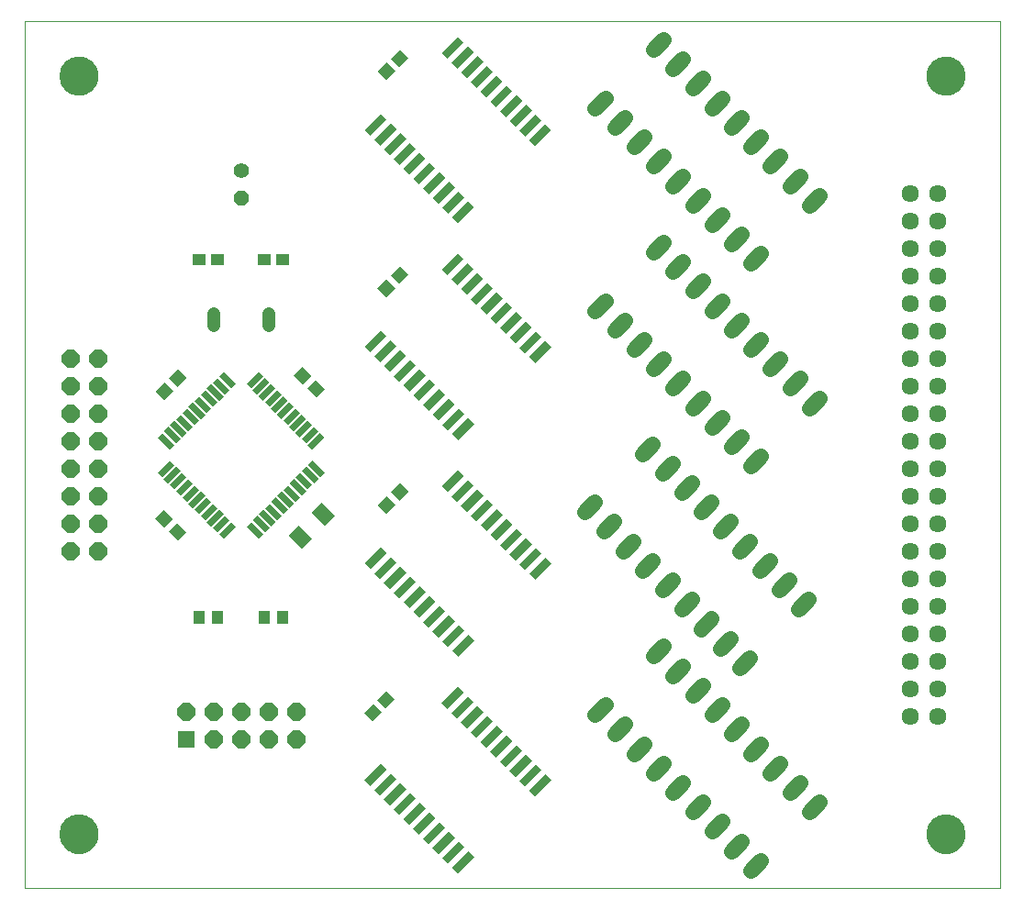
<source format=gts>
G75*
G70*
%OFA0B0*%
%FSLAX24Y24*%
%IPPOS*%
%LPD*%
%AMOC8*
5,1,8,0,0,1.08239X$1,22.5*
%
%ADD10C,0.0000*%
%ADD11C,0.1418*%
%ADD12R,0.0434X0.0473*%
%ADD13C,0.0480*%
%ADD14R,0.0473X0.0434*%
%ADD15R,0.0512X0.0670*%
%ADD16C,0.0560*%
%ADD17R,0.0300X0.0840*%
%ADD18R,0.0631X0.0237*%
%ADD19R,0.0237X0.0631*%
%ADD20C,0.0634*%
%ADD21OC8,0.0640*%
%ADD22R,0.0640X0.0640*%
%ADD23OC8,0.0560*%
%ADD24C,0.0560*%
D10*
X002542Y004117D02*
X002542Y035613D01*
X037975Y035613D01*
X037975Y004117D01*
X002542Y004117D01*
X003822Y006086D02*
X003824Y006138D01*
X003830Y006190D01*
X003840Y006241D01*
X003853Y006291D01*
X003871Y006341D01*
X003892Y006388D01*
X003916Y006434D01*
X003945Y006478D01*
X003976Y006520D01*
X004010Y006559D01*
X004047Y006596D01*
X004087Y006629D01*
X004130Y006660D01*
X004174Y006687D01*
X004220Y006711D01*
X004269Y006731D01*
X004318Y006747D01*
X004369Y006760D01*
X004420Y006769D01*
X004472Y006774D01*
X004524Y006775D01*
X004576Y006772D01*
X004628Y006765D01*
X004679Y006754D01*
X004729Y006740D01*
X004778Y006721D01*
X004825Y006699D01*
X004870Y006674D01*
X004914Y006645D01*
X004955Y006613D01*
X004994Y006578D01*
X005029Y006540D01*
X005062Y006499D01*
X005092Y006457D01*
X005118Y006412D01*
X005141Y006365D01*
X005160Y006316D01*
X005176Y006266D01*
X005188Y006216D01*
X005196Y006164D01*
X005200Y006112D01*
X005200Y006060D01*
X005196Y006008D01*
X005188Y005956D01*
X005176Y005906D01*
X005160Y005856D01*
X005141Y005807D01*
X005118Y005760D01*
X005092Y005715D01*
X005062Y005673D01*
X005029Y005632D01*
X004994Y005594D01*
X004955Y005559D01*
X004914Y005527D01*
X004870Y005498D01*
X004825Y005473D01*
X004778Y005451D01*
X004729Y005432D01*
X004679Y005418D01*
X004628Y005407D01*
X004576Y005400D01*
X004524Y005397D01*
X004472Y005398D01*
X004420Y005403D01*
X004369Y005412D01*
X004318Y005425D01*
X004269Y005441D01*
X004220Y005461D01*
X004174Y005485D01*
X004130Y005512D01*
X004087Y005543D01*
X004047Y005576D01*
X004010Y005613D01*
X003976Y005652D01*
X003945Y005694D01*
X003916Y005738D01*
X003892Y005784D01*
X003871Y005831D01*
X003853Y005881D01*
X003840Y005931D01*
X003830Y005982D01*
X003824Y006034D01*
X003822Y006086D01*
X003822Y033645D02*
X003824Y033697D01*
X003830Y033749D01*
X003840Y033800D01*
X003853Y033850D01*
X003871Y033900D01*
X003892Y033947D01*
X003916Y033993D01*
X003945Y034037D01*
X003976Y034079D01*
X004010Y034118D01*
X004047Y034155D01*
X004087Y034188D01*
X004130Y034219D01*
X004174Y034246D01*
X004220Y034270D01*
X004269Y034290D01*
X004318Y034306D01*
X004369Y034319D01*
X004420Y034328D01*
X004472Y034333D01*
X004524Y034334D01*
X004576Y034331D01*
X004628Y034324D01*
X004679Y034313D01*
X004729Y034299D01*
X004778Y034280D01*
X004825Y034258D01*
X004870Y034233D01*
X004914Y034204D01*
X004955Y034172D01*
X004994Y034137D01*
X005029Y034099D01*
X005062Y034058D01*
X005092Y034016D01*
X005118Y033971D01*
X005141Y033924D01*
X005160Y033875D01*
X005176Y033825D01*
X005188Y033775D01*
X005196Y033723D01*
X005200Y033671D01*
X005200Y033619D01*
X005196Y033567D01*
X005188Y033515D01*
X005176Y033465D01*
X005160Y033415D01*
X005141Y033366D01*
X005118Y033319D01*
X005092Y033274D01*
X005062Y033232D01*
X005029Y033191D01*
X004994Y033153D01*
X004955Y033118D01*
X004914Y033086D01*
X004870Y033057D01*
X004825Y033032D01*
X004778Y033010D01*
X004729Y032991D01*
X004679Y032977D01*
X004628Y032966D01*
X004576Y032959D01*
X004524Y032956D01*
X004472Y032957D01*
X004420Y032962D01*
X004369Y032971D01*
X004318Y032984D01*
X004269Y033000D01*
X004220Y033020D01*
X004174Y033044D01*
X004130Y033071D01*
X004087Y033102D01*
X004047Y033135D01*
X004010Y033172D01*
X003976Y033211D01*
X003945Y033253D01*
X003916Y033297D01*
X003892Y033343D01*
X003871Y033390D01*
X003853Y033440D01*
X003840Y033490D01*
X003830Y033541D01*
X003824Y033593D01*
X003822Y033645D01*
X035318Y033645D02*
X035320Y033697D01*
X035326Y033749D01*
X035336Y033800D01*
X035349Y033850D01*
X035367Y033900D01*
X035388Y033947D01*
X035412Y033993D01*
X035441Y034037D01*
X035472Y034079D01*
X035506Y034118D01*
X035543Y034155D01*
X035583Y034188D01*
X035626Y034219D01*
X035670Y034246D01*
X035716Y034270D01*
X035765Y034290D01*
X035814Y034306D01*
X035865Y034319D01*
X035916Y034328D01*
X035968Y034333D01*
X036020Y034334D01*
X036072Y034331D01*
X036124Y034324D01*
X036175Y034313D01*
X036225Y034299D01*
X036274Y034280D01*
X036321Y034258D01*
X036366Y034233D01*
X036410Y034204D01*
X036451Y034172D01*
X036490Y034137D01*
X036525Y034099D01*
X036558Y034058D01*
X036588Y034016D01*
X036614Y033971D01*
X036637Y033924D01*
X036656Y033875D01*
X036672Y033825D01*
X036684Y033775D01*
X036692Y033723D01*
X036696Y033671D01*
X036696Y033619D01*
X036692Y033567D01*
X036684Y033515D01*
X036672Y033465D01*
X036656Y033415D01*
X036637Y033366D01*
X036614Y033319D01*
X036588Y033274D01*
X036558Y033232D01*
X036525Y033191D01*
X036490Y033153D01*
X036451Y033118D01*
X036410Y033086D01*
X036366Y033057D01*
X036321Y033032D01*
X036274Y033010D01*
X036225Y032991D01*
X036175Y032977D01*
X036124Y032966D01*
X036072Y032959D01*
X036020Y032956D01*
X035968Y032957D01*
X035916Y032962D01*
X035865Y032971D01*
X035814Y032984D01*
X035765Y033000D01*
X035716Y033020D01*
X035670Y033044D01*
X035626Y033071D01*
X035583Y033102D01*
X035543Y033135D01*
X035506Y033172D01*
X035472Y033211D01*
X035441Y033253D01*
X035412Y033297D01*
X035388Y033343D01*
X035367Y033390D01*
X035349Y033440D01*
X035336Y033490D01*
X035326Y033541D01*
X035320Y033593D01*
X035318Y033645D01*
X035318Y006086D02*
X035320Y006138D01*
X035326Y006190D01*
X035336Y006241D01*
X035349Y006291D01*
X035367Y006341D01*
X035388Y006388D01*
X035412Y006434D01*
X035441Y006478D01*
X035472Y006520D01*
X035506Y006559D01*
X035543Y006596D01*
X035583Y006629D01*
X035626Y006660D01*
X035670Y006687D01*
X035716Y006711D01*
X035765Y006731D01*
X035814Y006747D01*
X035865Y006760D01*
X035916Y006769D01*
X035968Y006774D01*
X036020Y006775D01*
X036072Y006772D01*
X036124Y006765D01*
X036175Y006754D01*
X036225Y006740D01*
X036274Y006721D01*
X036321Y006699D01*
X036366Y006674D01*
X036410Y006645D01*
X036451Y006613D01*
X036490Y006578D01*
X036525Y006540D01*
X036558Y006499D01*
X036588Y006457D01*
X036614Y006412D01*
X036637Y006365D01*
X036656Y006316D01*
X036672Y006266D01*
X036684Y006216D01*
X036692Y006164D01*
X036696Y006112D01*
X036696Y006060D01*
X036692Y006008D01*
X036684Y005956D01*
X036672Y005906D01*
X036656Y005856D01*
X036637Y005807D01*
X036614Y005760D01*
X036588Y005715D01*
X036558Y005673D01*
X036525Y005632D01*
X036490Y005594D01*
X036451Y005559D01*
X036410Y005527D01*
X036366Y005498D01*
X036321Y005473D01*
X036274Y005451D01*
X036225Y005432D01*
X036175Y005418D01*
X036124Y005407D01*
X036072Y005400D01*
X036020Y005397D01*
X035968Y005398D01*
X035916Y005403D01*
X035865Y005412D01*
X035814Y005425D01*
X035765Y005441D01*
X035716Y005461D01*
X035670Y005485D01*
X035626Y005512D01*
X035583Y005543D01*
X035543Y005576D01*
X035506Y005613D01*
X035472Y005652D01*
X035441Y005694D01*
X035412Y005738D01*
X035388Y005784D01*
X035367Y005831D01*
X035349Y005881D01*
X035336Y005931D01*
X035326Y005982D01*
X035320Y006034D01*
X035318Y006086D01*
D11*
X036007Y006086D03*
X036007Y033645D03*
X004511Y033645D03*
X004511Y006086D03*
D12*
X008900Y013960D03*
X009570Y013960D03*
X011263Y013960D03*
X011932Y013960D03*
D13*
X011416Y024566D02*
X011416Y025006D01*
X009416Y025006D02*
X009416Y024566D01*
D14*
G36*
X007774Y022648D02*
X008107Y022981D01*
X008414Y022674D01*
X008081Y022341D01*
X007774Y022648D01*
G37*
G36*
X007301Y022174D02*
X007634Y022507D01*
X007941Y022200D01*
X007608Y021867D01*
X007301Y022174D01*
G37*
G36*
X007634Y017223D02*
X007301Y017556D01*
X007608Y017863D01*
X007941Y017530D01*
X007634Y017223D01*
G37*
G36*
X008107Y016749D02*
X007774Y017082D01*
X008081Y017389D01*
X008414Y017056D01*
X008107Y016749D01*
G37*
G36*
X013119Y022587D02*
X013452Y022254D01*
X013145Y021947D01*
X012812Y022280D01*
X013119Y022587D01*
G37*
G36*
X012646Y023061D02*
X012979Y022728D01*
X012672Y022421D01*
X012339Y022754D01*
X012646Y023061D01*
G37*
G36*
X016011Y025941D02*
X015678Y025608D01*
X015371Y025915D01*
X015704Y026248D01*
X016011Y025941D01*
G37*
G36*
X016485Y026414D02*
X016152Y026081D01*
X015845Y026388D01*
X016178Y026721D01*
X016485Y026414D01*
G37*
X011932Y026952D03*
X011263Y026952D03*
X009570Y026952D03*
X008900Y026952D03*
G36*
X016011Y033815D02*
X015678Y033482D01*
X015371Y033789D01*
X015704Y034122D01*
X016011Y033815D01*
G37*
G36*
X016485Y034288D02*
X016152Y033955D01*
X015845Y034262D01*
X016178Y034595D01*
X016485Y034288D01*
G37*
G36*
X016485Y018540D02*
X016152Y018207D01*
X015845Y018514D01*
X016178Y018847D01*
X016485Y018540D01*
G37*
G36*
X016011Y018067D02*
X015678Y017734D01*
X015371Y018041D01*
X015704Y018374D01*
X016011Y018067D01*
G37*
G36*
X016005Y010986D02*
X015672Y010653D01*
X015365Y010960D01*
X015698Y011293D01*
X016005Y010986D01*
G37*
G36*
X015531Y010513D02*
X015198Y010180D01*
X014891Y010487D01*
X015224Y010820D01*
X015531Y010513D01*
G37*
D15*
G36*
X012975Y016833D02*
X012613Y016471D01*
X012141Y016943D01*
X012503Y017305D01*
X012975Y016833D01*
G37*
G36*
X013810Y017669D02*
X013448Y017307D01*
X012976Y017779D01*
X013338Y018141D01*
X013810Y017669D01*
G37*
D16*
X022879Y017788D02*
X023246Y018155D01*
X023954Y017448D02*
X023586Y017080D01*
X024293Y016373D02*
X024661Y016741D01*
X025368Y016034D02*
X025000Y015666D01*
X025707Y014959D02*
X026075Y015327D01*
X026782Y014620D02*
X026414Y014252D01*
X027121Y013545D02*
X027489Y013913D01*
X028196Y013205D02*
X027828Y012838D01*
X028536Y012131D02*
X028903Y012498D01*
X027176Y011500D02*
X026808Y011132D01*
X027515Y010425D02*
X027883Y010793D01*
X028590Y010086D02*
X028222Y009718D01*
X028929Y009011D02*
X029297Y009379D01*
X030004Y008672D02*
X029636Y008304D01*
X030343Y007597D02*
X030711Y007965D01*
X031418Y007257D02*
X031051Y006890D01*
X029297Y005136D02*
X028929Y004768D01*
X028222Y005476D02*
X028590Y005843D01*
X027883Y006550D02*
X027515Y006183D01*
X026808Y006890D02*
X027176Y007257D01*
X026469Y007965D02*
X026101Y007597D01*
X025394Y008304D02*
X025761Y008672D01*
X025054Y009379D02*
X024687Y009011D01*
X023980Y009718D02*
X024347Y010086D01*
X023640Y010793D02*
X023272Y010425D01*
X025394Y012547D02*
X025761Y012914D01*
X026469Y012207D02*
X026101Y011840D01*
X029950Y014959D02*
X030317Y015327D01*
X029610Y016034D02*
X029243Y015666D01*
X028536Y016373D02*
X028903Y016741D01*
X028196Y017448D02*
X027828Y017080D01*
X027121Y017788D02*
X027489Y018155D01*
X026782Y018862D02*
X026414Y018495D01*
X025707Y019202D02*
X026075Y019569D01*
X025368Y020277D02*
X025000Y019909D01*
X026808Y021575D02*
X027176Y021943D01*
X026469Y022650D02*
X026101Y022282D01*
X025394Y022989D02*
X025761Y023357D01*
X025054Y024064D02*
X024687Y023696D01*
X023980Y024403D02*
X024347Y024771D01*
X023640Y025478D02*
X023272Y025110D01*
X025394Y027232D02*
X025761Y027599D01*
X026469Y026892D02*
X026101Y026525D01*
X026808Y025817D02*
X027176Y026185D01*
X027883Y025478D02*
X027515Y025110D01*
X028222Y024403D02*
X028590Y024771D01*
X029297Y024064D02*
X028929Y023696D01*
X029636Y022989D02*
X030004Y023357D01*
X030711Y022650D02*
X030343Y022282D01*
X031051Y021575D02*
X031418Y021943D01*
X029297Y019821D02*
X028929Y019454D01*
X028222Y020161D02*
X028590Y020528D01*
X027883Y021235D02*
X027515Y020868D01*
X028929Y026816D02*
X029297Y027183D01*
X028590Y027891D02*
X028222Y027523D01*
X027515Y028230D02*
X027883Y028598D01*
X027176Y029305D02*
X026808Y028937D01*
X026101Y029644D02*
X026469Y030012D01*
X025761Y030719D02*
X025394Y030351D01*
X024687Y031058D02*
X025054Y031426D01*
X024347Y032133D02*
X023980Y031765D01*
X023272Y032473D02*
X023640Y032840D01*
X025394Y034594D02*
X025761Y034962D01*
X026469Y034254D02*
X026101Y033887D01*
X026808Y033180D02*
X027176Y033547D01*
X027883Y032840D02*
X027515Y032473D01*
X028222Y031765D02*
X028590Y032133D01*
X029297Y031426D02*
X028929Y031058D01*
X029636Y030351D02*
X030004Y030719D01*
X030711Y030012D02*
X030343Y029644D01*
X031051Y028937D02*
X031418Y029305D01*
X031025Y014620D02*
X030657Y014252D01*
D17*
G36*
X021091Y015334D02*
X020878Y015547D01*
X021471Y016140D01*
X021684Y015927D01*
X021091Y015334D01*
G37*
G36*
X020738Y015688D02*
X020525Y015901D01*
X021118Y016494D01*
X021331Y016281D01*
X020738Y015688D01*
G37*
G36*
X020384Y016041D02*
X020171Y016254D01*
X020764Y016847D01*
X020977Y016634D01*
X020384Y016041D01*
G37*
G36*
X020031Y016395D02*
X019818Y016608D01*
X020411Y017201D01*
X020624Y016988D01*
X020031Y016395D01*
G37*
G36*
X019677Y016748D02*
X019464Y016961D01*
X020057Y017554D01*
X020270Y017341D01*
X019677Y016748D01*
G37*
G36*
X019324Y017102D02*
X019111Y017315D01*
X019704Y017908D01*
X019917Y017695D01*
X019324Y017102D01*
G37*
G36*
X018970Y017455D02*
X018757Y017668D01*
X019350Y018261D01*
X019563Y018048D01*
X018970Y017455D01*
G37*
G36*
X018616Y017809D02*
X018403Y018022D01*
X018996Y018615D01*
X019209Y018402D01*
X018616Y017809D01*
G37*
G36*
X018263Y018163D02*
X018050Y018376D01*
X018643Y018969D01*
X018856Y018756D01*
X018263Y018163D01*
G37*
G36*
X017909Y018516D02*
X017696Y018729D01*
X018289Y019322D01*
X018502Y019109D01*
X017909Y018516D01*
G37*
G36*
X018291Y020408D02*
X018078Y020621D01*
X018671Y021214D01*
X018884Y021001D01*
X018291Y020408D01*
G37*
G36*
X017938Y020762D02*
X017725Y020975D01*
X018318Y021568D01*
X018531Y021355D01*
X017938Y020762D01*
G37*
G36*
X017584Y021115D02*
X017371Y021328D01*
X017964Y021921D01*
X018177Y021708D01*
X017584Y021115D01*
G37*
G36*
X017230Y021469D02*
X017017Y021682D01*
X017610Y022275D01*
X017823Y022062D01*
X017230Y021469D01*
G37*
G36*
X016877Y021822D02*
X016664Y022035D01*
X017257Y022628D01*
X017470Y022415D01*
X016877Y021822D01*
G37*
G36*
X016523Y022176D02*
X016310Y022389D01*
X016903Y022982D01*
X017116Y022769D01*
X016523Y022176D01*
G37*
G36*
X016170Y022529D02*
X015957Y022742D01*
X016550Y023335D01*
X016763Y023122D01*
X016170Y022529D01*
G37*
G36*
X015816Y022883D02*
X015603Y023096D01*
X016196Y023689D01*
X016409Y023476D01*
X015816Y022883D01*
G37*
G36*
X015463Y023236D02*
X015250Y023449D01*
X015843Y024042D01*
X016056Y023829D01*
X015463Y023236D01*
G37*
G36*
X015109Y023590D02*
X014896Y023803D01*
X015489Y024396D01*
X015702Y024183D01*
X015109Y023590D01*
G37*
G36*
X017909Y026390D02*
X017696Y026603D01*
X018289Y027196D01*
X018502Y026983D01*
X017909Y026390D01*
G37*
G36*
X018263Y026037D02*
X018050Y026250D01*
X018643Y026843D01*
X018856Y026630D01*
X018263Y026037D01*
G37*
G36*
X018616Y025683D02*
X018403Y025896D01*
X018996Y026489D01*
X019209Y026276D01*
X018616Y025683D01*
G37*
G36*
X018970Y025329D02*
X018757Y025542D01*
X019350Y026135D01*
X019563Y025922D01*
X018970Y025329D01*
G37*
G36*
X019324Y024976D02*
X019111Y025189D01*
X019704Y025782D01*
X019917Y025569D01*
X019324Y024976D01*
G37*
G36*
X019677Y024622D02*
X019464Y024835D01*
X020057Y025428D01*
X020270Y025215D01*
X019677Y024622D01*
G37*
G36*
X020031Y024269D02*
X019818Y024482D01*
X020411Y025075D01*
X020624Y024862D01*
X020031Y024269D01*
G37*
G36*
X020384Y023915D02*
X020171Y024128D01*
X020764Y024721D01*
X020977Y024508D01*
X020384Y023915D01*
G37*
G36*
X020738Y023562D02*
X020525Y023775D01*
X021118Y024368D01*
X021331Y024155D01*
X020738Y023562D01*
G37*
G36*
X021091Y023208D02*
X020878Y023421D01*
X021471Y024014D01*
X021684Y023801D01*
X021091Y023208D01*
G37*
G36*
X018291Y028282D02*
X018078Y028495D01*
X018671Y029088D01*
X018884Y028875D01*
X018291Y028282D01*
G37*
G36*
X017938Y028636D02*
X017725Y028849D01*
X018318Y029442D01*
X018531Y029229D01*
X017938Y028636D01*
G37*
G36*
X017584Y028989D02*
X017371Y029202D01*
X017964Y029795D01*
X018177Y029582D01*
X017584Y028989D01*
G37*
G36*
X017230Y029343D02*
X017017Y029556D01*
X017610Y030149D01*
X017823Y029936D01*
X017230Y029343D01*
G37*
G36*
X016877Y029696D02*
X016664Y029909D01*
X017257Y030502D01*
X017470Y030289D01*
X016877Y029696D01*
G37*
G36*
X016523Y030050D02*
X016310Y030263D01*
X016903Y030856D01*
X017116Y030643D01*
X016523Y030050D01*
G37*
G36*
X016170Y030403D02*
X015957Y030616D01*
X016550Y031209D01*
X016763Y030996D01*
X016170Y030403D01*
G37*
G36*
X015816Y030757D02*
X015603Y030970D01*
X016196Y031563D01*
X016409Y031350D01*
X015816Y030757D01*
G37*
G36*
X015463Y031110D02*
X015250Y031323D01*
X015843Y031916D01*
X016056Y031703D01*
X015463Y031110D01*
G37*
G36*
X015109Y031464D02*
X014896Y031677D01*
X015489Y032270D01*
X015702Y032057D01*
X015109Y031464D01*
G37*
G36*
X017909Y034264D02*
X017696Y034477D01*
X018289Y035070D01*
X018502Y034857D01*
X017909Y034264D01*
G37*
G36*
X018263Y033911D02*
X018050Y034124D01*
X018643Y034717D01*
X018856Y034504D01*
X018263Y033911D01*
G37*
G36*
X018616Y033557D02*
X018403Y033770D01*
X018996Y034363D01*
X019209Y034150D01*
X018616Y033557D01*
G37*
G36*
X018970Y033203D02*
X018757Y033416D01*
X019350Y034009D01*
X019563Y033796D01*
X018970Y033203D01*
G37*
G36*
X019324Y032850D02*
X019111Y033063D01*
X019704Y033656D01*
X019917Y033443D01*
X019324Y032850D01*
G37*
G36*
X019677Y032496D02*
X019464Y032709D01*
X020057Y033302D01*
X020270Y033089D01*
X019677Y032496D01*
G37*
G36*
X020031Y032143D02*
X019818Y032356D01*
X020411Y032949D01*
X020624Y032736D01*
X020031Y032143D01*
G37*
G36*
X020384Y031789D02*
X020171Y032002D01*
X020764Y032595D01*
X020977Y032382D01*
X020384Y031789D01*
G37*
G36*
X020738Y031436D02*
X020525Y031649D01*
X021118Y032242D01*
X021331Y032029D01*
X020738Y031436D01*
G37*
G36*
X021091Y031082D02*
X020878Y031295D01*
X021471Y031888D01*
X021684Y031675D01*
X021091Y031082D01*
G37*
G36*
X015109Y015716D02*
X014896Y015929D01*
X015489Y016522D01*
X015702Y016309D01*
X015109Y015716D01*
G37*
G36*
X015463Y015362D02*
X015250Y015575D01*
X015843Y016168D01*
X016056Y015955D01*
X015463Y015362D01*
G37*
G36*
X015816Y015009D02*
X015603Y015222D01*
X016196Y015815D01*
X016409Y015602D01*
X015816Y015009D01*
G37*
G36*
X016170Y014655D02*
X015957Y014868D01*
X016550Y015461D01*
X016763Y015248D01*
X016170Y014655D01*
G37*
G36*
X016523Y014302D02*
X016310Y014515D01*
X016903Y015108D01*
X017116Y014895D01*
X016523Y014302D01*
G37*
G36*
X016877Y013948D02*
X016664Y014161D01*
X017257Y014754D01*
X017470Y014541D01*
X016877Y013948D01*
G37*
G36*
X017230Y013595D02*
X017017Y013808D01*
X017610Y014401D01*
X017823Y014188D01*
X017230Y013595D01*
G37*
G36*
X017584Y013241D02*
X017371Y013454D01*
X017964Y014047D01*
X018177Y013834D01*
X017584Y013241D01*
G37*
G36*
X017938Y012888D02*
X017725Y013101D01*
X018318Y013694D01*
X018531Y013481D01*
X017938Y012888D01*
G37*
G36*
X018291Y012534D02*
X018078Y012747D01*
X018671Y013340D01*
X018884Y013127D01*
X018291Y012534D01*
G37*
G36*
X017909Y010642D02*
X017696Y010855D01*
X018289Y011448D01*
X018502Y011235D01*
X017909Y010642D01*
G37*
G36*
X018263Y010289D02*
X018050Y010502D01*
X018643Y011095D01*
X018856Y010882D01*
X018263Y010289D01*
G37*
G36*
X018616Y009935D02*
X018403Y010148D01*
X018996Y010741D01*
X019209Y010528D01*
X018616Y009935D01*
G37*
G36*
X018970Y009581D02*
X018757Y009794D01*
X019350Y010387D01*
X019563Y010174D01*
X018970Y009581D01*
G37*
G36*
X019324Y009228D02*
X019111Y009441D01*
X019704Y010034D01*
X019917Y009821D01*
X019324Y009228D01*
G37*
G36*
X019677Y008874D02*
X019464Y009087D01*
X020057Y009680D01*
X020270Y009467D01*
X019677Y008874D01*
G37*
G36*
X020031Y008521D02*
X019818Y008734D01*
X020411Y009327D01*
X020624Y009114D01*
X020031Y008521D01*
G37*
G36*
X020384Y008167D02*
X020171Y008380D01*
X020764Y008973D01*
X020977Y008760D01*
X020384Y008167D01*
G37*
G36*
X020738Y007814D02*
X020525Y008027D01*
X021118Y008620D01*
X021331Y008407D01*
X020738Y007814D01*
G37*
G36*
X021091Y007460D02*
X020878Y007673D01*
X021471Y008266D01*
X021684Y008053D01*
X021091Y007460D01*
G37*
G36*
X018291Y004660D02*
X018078Y004873D01*
X018671Y005466D01*
X018884Y005253D01*
X018291Y004660D01*
G37*
G36*
X017938Y005014D02*
X017725Y005227D01*
X018318Y005820D01*
X018531Y005607D01*
X017938Y005014D01*
G37*
G36*
X017584Y005367D02*
X017371Y005580D01*
X017964Y006173D01*
X018177Y005960D01*
X017584Y005367D01*
G37*
G36*
X017230Y005721D02*
X017017Y005934D01*
X017610Y006527D01*
X017823Y006314D01*
X017230Y005721D01*
G37*
G36*
X016877Y006074D02*
X016664Y006287D01*
X017257Y006880D01*
X017470Y006667D01*
X016877Y006074D01*
G37*
G36*
X016523Y006428D02*
X016310Y006641D01*
X016903Y007234D01*
X017116Y007021D01*
X016523Y006428D01*
G37*
G36*
X016170Y006781D02*
X015957Y006994D01*
X016550Y007587D01*
X016763Y007374D01*
X016170Y006781D01*
G37*
G36*
X015816Y007135D02*
X015603Y007348D01*
X016196Y007941D01*
X016409Y007728D01*
X015816Y007135D01*
G37*
G36*
X015463Y007488D02*
X015250Y007701D01*
X015843Y008294D01*
X016056Y008081D01*
X015463Y007488D01*
G37*
G36*
X015109Y007842D02*
X014896Y008055D01*
X015489Y008648D01*
X015702Y008435D01*
X015109Y007842D01*
G37*
D18*
G36*
X011056Y016831D02*
X010611Y017276D01*
X010778Y017443D01*
X011223Y016998D01*
X011056Y016831D01*
G37*
G36*
X011279Y017054D02*
X010834Y017499D01*
X011001Y017666D01*
X011446Y017221D01*
X011279Y017054D01*
G37*
G36*
X011502Y017276D02*
X011057Y017721D01*
X011224Y017888D01*
X011669Y017443D01*
X011502Y017276D01*
G37*
G36*
X011724Y017499D02*
X011279Y017944D01*
X011446Y018111D01*
X011891Y017666D01*
X011724Y017499D01*
G37*
G36*
X011947Y017722D02*
X011502Y018167D01*
X011669Y018334D01*
X012114Y017889D01*
X011947Y017722D01*
G37*
G36*
X012170Y017944D02*
X011725Y018389D01*
X011892Y018556D01*
X012337Y018111D01*
X012170Y017944D01*
G37*
G36*
X012393Y018167D02*
X011948Y018612D01*
X012115Y018779D01*
X012560Y018334D01*
X012393Y018167D01*
G37*
G36*
X012615Y018390D02*
X012170Y018835D01*
X012337Y019002D01*
X012782Y018557D01*
X012615Y018390D01*
G37*
G36*
X012838Y018613D02*
X012393Y019058D01*
X012560Y019225D01*
X013005Y018780D01*
X012838Y018613D01*
G37*
G36*
X013061Y018835D02*
X012616Y019280D01*
X012783Y019447D01*
X013228Y019002D01*
X013061Y018835D01*
G37*
G36*
X013283Y019058D02*
X012838Y019503D01*
X013005Y019670D01*
X013450Y019225D01*
X013283Y019058D01*
G37*
G36*
X009609Y021842D02*
X009164Y022287D01*
X009331Y022454D01*
X009776Y022009D01*
X009609Y021842D01*
G37*
G36*
X009386Y021619D02*
X008941Y022064D01*
X009108Y022231D01*
X009553Y021786D01*
X009386Y021619D01*
G37*
G36*
X009163Y021396D02*
X008718Y021841D01*
X008885Y022008D01*
X009330Y021563D01*
X009163Y021396D01*
G37*
G36*
X008941Y021174D02*
X008496Y021619D01*
X008663Y021786D01*
X009108Y021341D01*
X008941Y021174D01*
G37*
G36*
X008718Y020951D02*
X008273Y021396D01*
X008440Y021563D01*
X008885Y021118D01*
X008718Y020951D01*
G37*
G36*
X008495Y020728D02*
X008050Y021173D01*
X008217Y021340D01*
X008662Y020895D01*
X008495Y020728D01*
G37*
G36*
X008272Y020506D02*
X007827Y020951D01*
X007994Y021118D01*
X008439Y020673D01*
X008272Y020506D01*
G37*
G36*
X008050Y020283D02*
X007605Y020728D01*
X007772Y020895D01*
X008217Y020450D01*
X008050Y020283D01*
G37*
G36*
X007827Y020060D02*
X007382Y020505D01*
X007549Y020672D01*
X007994Y020227D01*
X007827Y020060D01*
G37*
G36*
X009831Y022065D02*
X009386Y022510D01*
X009553Y022677D01*
X009998Y022232D01*
X009831Y022065D01*
G37*
G36*
X010054Y022287D02*
X009609Y022732D01*
X009776Y022899D01*
X010221Y022454D01*
X010054Y022287D01*
G37*
D19*
G36*
X010778Y022287D02*
X010611Y022454D01*
X011056Y022899D01*
X011223Y022732D01*
X010778Y022287D01*
G37*
G36*
X011001Y022065D02*
X010834Y022232D01*
X011279Y022677D01*
X011446Y022510D01*
X011001Y022065D01*
G37*
G36*
X011224Y021842D02*
X011057Y022009D01*
X011502Y022454D01*
X011669Y022287D01*
X011224Y021842D01*
G37*
G36*
X011446Y021619D02*
X011279Y021786D01*
X011724Y022231D01*
X011891Y022064D01*
X011446Y021619D01*
G37*
G36*
X011669Y021396D02*
X011502Y021563D01*
X011947Y022008D01*
X012114Y021841D01*
X011669Y021396D01*
G37*
G36*
X011892Y021174D02*
X011725Y021341D01*
X012170Y021786D01*
X012337Y021619D01*
X011892Y021174D01*
G37*
G36*
X012115Y020951D02*
X011948Y021118D01*
X012393Y021563D01*
X012560Y021396D01*
X012115Y020951D01*
G37*
G36*
X012337Y020728D02*
X012170Y020895D01*
X012615Y021340D01*
X012782Y021173D01*
X012337Y020728D01*
G37*
G36*
X012560Y020506D02*
X012393Y020673D01*
X012838Y021118D01*
X013005Y020951D01*
X012560Y020506D01*
G37*
G36*
X012783Y020283D02*
X012616Y020450D01*
X013061Y020895D01*
X013228Y020728D01*
X012783Y020283D01*
G37*
G36*
X013005Y020060D02*
X012838Y020227D01*
X013283Y020672D01*
X013450Y020505D01*
X013005Y020060D01*
G37*
G36*
X009776Y016831D02*
X009609Y016998D01*
X010054Y017443D01*
X010221Y017276D01*
X009776Y016831D01*
G37*
G36*
X009553Y017054D02*
X009386Y017221D01*
X009831Y017666D01*
X009998Y017499D01*
X009553Y017054D01*
G37*
G36*
X009331Y017276D02*
X009164Y017443D01*
X009609Y017888D01*
X009776Y017721D01*
X009331Y017276D01*
G37*
G36*
X009108Y017499D02*
X008941Y017666D01*
X009386Y018111D01*
X009553Y017944D01*
X009108Y017499D01*
G37*
G36*
X008885Y017722D02*
X008718Y017889D01*
X009163Y018334D01*
X009330Y018167D01*
X008885Y017722D01*
G37*
G36*
X008663Y017944D02*
X008496Y018111D01*
X008941Y018556D01*
X009108Y018389D01*
X008663Y017944D01*
G37*
G36*
X008440Y018167D02*
X008273Y018334D01*
X008718Y018779D01*
X008885Y018612D01*
X008440Y018167D01*
G37*
G36*
X008217Y018390D02*
X008050Y018557D01*
X008495Y019002D01*
X008662Y018835D01*
X008217Y018390D01*
G37*
G36*
X007994Y018613D02*
X007827Y018780D01*
X008272Y019225D01*
X008439Y019058D01*
X007994Y018613D01*
G37*
G36*
X007772Y018835D02*
X007605Y019002D01*
X008050Y019447D01*
X008217Y019280D01*
X007772Y018835D01*
G37*
G36*
X007549Y019058D02*
X007382Y019225D01*
X007827Y019670D01*
X007994Y019503D01*
X007549Y019058D01*
G37*
D20*
X034719Y019365D03*
X034719Y020365D03*
X034719Y021365D03*
X034719Y022365D03*
X034719Y023365D03*
X034719Y024365D03*
X034719Y025365D03*
X034719Y026365D03*
X034719Y027365D03*
X034719Y028365D03*
X034719Y029365D03*
X035719Y029365D03*
X035719Y028365D03*
X035719Y027365D03*
X035719Y026365D03*
X035719Y025365D03*
X035719Y024365D03*
X035719Y023365D03*
X035719Y022365D03*
X035719Y021365D03*
X035719Y020365D03*
X035719Y019365D03*
X035719Y018365D03*
X034719Y018365D03*
X034719Y017365D03*
X034719Y016365D03*
X034719Y015365D03*
X034719Y014365D03*
X034719Y013365D03*
X034719Y012365D03*
X034719Y011365D03*
X034719Y010365D03*
X035719Y010365D03*
X035719Y011365D03*
X035719Y012365D03*
X035719Y013365D03*
X035719Y014365D03*
X035719Y015365D03*
X035719Y016365D03*
X035719Y017365D03*
D21*
X012416Y010523D03*
X011416Y010523D03*
X010416Y010523D03*
X010416Y009523D03*
X011416Y009523D03*
X012416Y009523D03*
X009416Y009523D03*
X009416Y010523D03*
X008416Y010523D03*
X005208Y016365D03*
X005208Y017365D03*
X005208Y018365D03*
X005208Y019365D03*
X005208Y020365D03*
X005208Y021365D03*
X005208Y022365D03*
X005208Y023365D03*
X004208Y023365D03*
X004208Y022365D03*
X004208Y021365D03*
X004208Y020365D03*
X004208Y019365D03*
X004208Y018365D03*
X004208Y017365D03*
X004208Y016365D03*
D22*
X008416Y009523D03*
D23*
X010416Y029208D03*
D24*
X010416Y030208D03*
M02*

</source>
